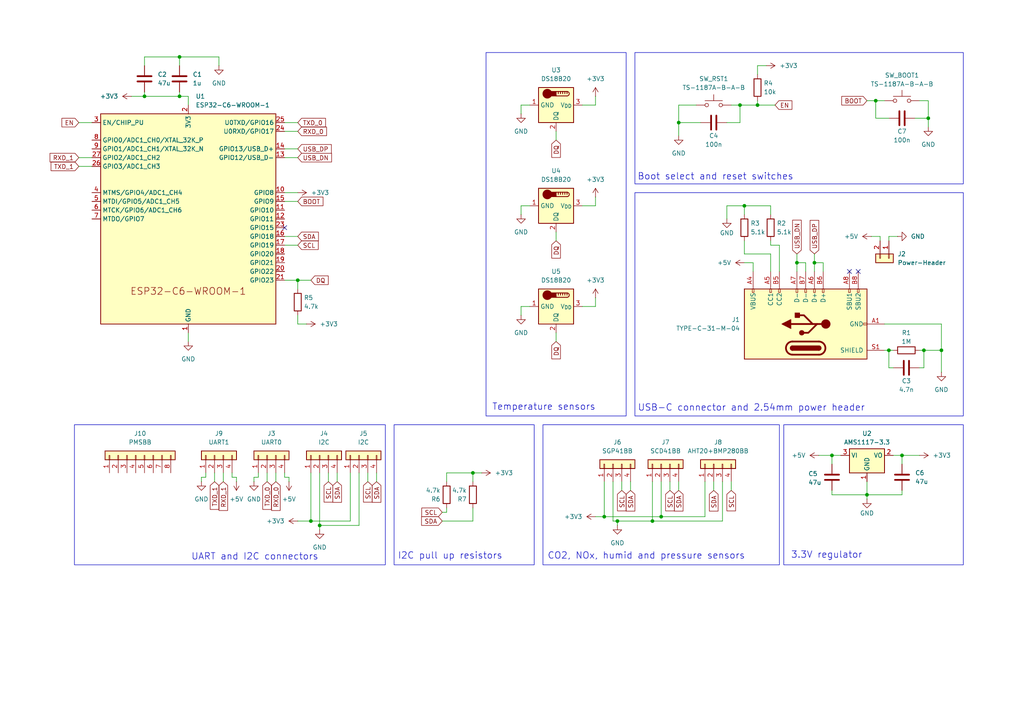
<source format=kicad_sch>
(kicad_sch (version 20250114) (generator "eeschema") (generator_version "9.0")
  (paper "A4")
  (lib_symbols
    (symbol "Connector:USB_C_Receptacle_USB2.0_16P" (pin_names (offset 1.016))
      (property "Reference" "J" (at 0 22.225 0))
      (property "Value" "USB_C_Receptacle_USB2.0_16P" (at 0 19.685 0))
      (symbol "USB_C_Receptacle_USB2.0_16P_0_0"
        (rectangle (start -0.254 -17.78) (end 0.254 -16.764))
        (rectangle (start 10.16 15.494) (end 9.144 14.986))
        (rectangle (start 10.16 10.414) (end 9.144 9.906))
        (rectangle (start 10.16 7.874) (end 9.144 7.366))
        (rectangle (start 10.16 2.794) (end 9.144 2.286))
        (rectangle (start 10.16 0.254) (end 9.144 -0.254))
        (rectangle (start 10.16 -2.286) (end 9.144 -2.794))
        (rectangle (start 10.16 -4.826) (end 9.144 -5.334))
        (rectangle (start 10.16 -12.446) (end 9.144 -12.954))
        (rectangle (start 10.16 -14.986) (end 9.144 -15.494))
      )
      (symbol "USB_C_Receptacle_USB2.0_16P_0_1"
        (rectangle (start -10.16 17.78) (end 10.16 -17.78) (stroke (width 0.254)) (fill (type background)))
        (polyline (pts (xy -8.89 -3.81) (xy -8.89 3.81)) (stroke (width 0.508)))
        (rectangle (start -7.62 -3.81) (end -6.35 3.81) (stroke (width 0.254)) (fill (type outline)))
        (arc (start -7.62 3.81) (mid -6.985 4.4423) (end -6.35 3.81) (stroke (width 0.254)))
        (arc (start -7.62 3.81) (mid -6.985 4.4423) (end -6.35 3.81) (stroke (width 0.254)) (fill (type outline)))
        (arc (start -8.89 3.81) (mid -6.985 5.7067) (end -5.08 3.81) (stroke (width 0.508)))
        (arc (start -5.08 -3.81) (mid -6.985 -5.7067) (end -8.89 -3.81) (stroke (width 0.508)))
        (arc (start -6.35 -3.81) (mid -6.985 -4.4423) (end -7.62 -3.81) (stroke (width 0.254)))
        (arc (start -6.35 -3.81) (mid -6.985 -4.4423) (end -7.62 -3.81) (stroke (width 0.254)) (fill (type outline)))
        (polyline (pts (xy -5.08 3.81) (xy -5.08 -3.81)) (stroke (width 0.508)))
        (circle (center -2.54 1.143) (radius 0.635) (stroke (width 0.254)) (fill (type outline)))
        (polyline (pts (xy -1.27 4.318) (xy 0 6.858) (xy 1.27 4.318) (xy -1.27 4.318)) (stroke (width 0.254)) (fill (type outline)))
        (polyline (pts (xy 0 -2.032) (xy 2.54 0.508) (xy 2.54 1.778)) (stroke (width 0.508)))
        (polyline (pts (xy 0 -3.302) (xy -2.54 -0.762) (xy -2.54 0.508)) (stroke (width 0.508)))
        (polyline (pts (xy 0 -5.842) (xy 0 4.318)) (stroke (width 0.508)))
        (circle (center 0 -5.842) (radius 1.27) (fill (type outline)))
        (rectangle (start 1.905 1.778) (end 3.175 3.048) (stroke (width 0.254)) (fill (type outline)))
      )
      (symbol "USB_C_Receptacle_USB2.0_16P_1_1"
        (pin passive line (at -7.62 -22.86 90) (length 5.08) (name "SHIELD") (number "S1"))
        (pin passive line (at 0 -22.86 90) (length 5.08) (name "GND") (number "A1"))
        (pin passive line (at 0 -22.86 90) (length 5.08) (hide yes) (name "GND") (number "A12"))
        (pin passive line (at 0 -22.86 90) (length 5.08) (hide yes) (name "GND") (number "B1"))
        (pin passive line (at 0 -22.86 90) (length 5.08) (hide yes) (name "GND") (number "B12"))
        (pin passive line (at 15.24 15.24 180) (length 5.08) (name "VBUS") (number "A4"))
        (pin passive line (at 15.24 15.24 180) (length 5.08) (hide yes) (name "VBUS") (number "A9"))
        (pin passive line (at 15.24 15.24 180) (length 5.08) (hide yes) (name "VBUS") (number "B4"))
        (pin passive line (at 15.24 15.24 180) (length 5.08) (hide yes) (name "VBUS") (number "B9"))
        (pin bidirectional line (at 15.24 10.16 180) (length 5.08) (name "CC1") (number "A5"))
        (pin bidirectional line (at 15.24 7.62 180) (length 5.08) (name "CC2") (number "B5"))
        (pin bidirectional line (at 15.24 2.54 180) (length 5.08) (name "D-") (number "A7"))
        (pin bidirectional line (at 15.24 0 180) (length 5.08) (name "D-") (number "B7"))
        (pin bidirectional line (at 15.24 -2.54 180) (length 5.08) (name "D+") (number "A6"))
        (pin bidirectional line (at 15.24 -5.08 180) (length 5.08) (name "D+") (number "B6"))
        (pin bidirectional line (at 15.24 -12.7 180) (length 5.08) (name "SBU1") (number "A8"))
        (pin bidirectional line (at 15.24 -15.24 180) (length 5.08) (name "SBU2") (number "B8"))
      )
    )
    (symbol "Connector_Generic:Conn_01x02" (pin_names (offset 1.016) (hide yes))
      (property "Reference" "J" (at 0 2.54 0))
      (property "Value" "Conn_01x02" (at 0 -5.08 0))
      (symbol "Conn_01x02_1_1"
        (rectangle (start -1.27 1.27) (end 1.27 -3.81) (stroke (width 0.254)) (fill (type background)))
        (rectangle (start -1.27 0.127) (end 0 -0.127) (stroke (width 0.1524)))
        (rectangle (start -1.27 -2.413) (end 0 -2.667) (stroke (width 0.1524)))
        (pin passive line (at -5.08 0 0) (length 3.81) (name "Pin_1") (number "1"))
        (pin passive line (at -5.08 -2.54 0) (length 3.81) (name "Pin_2") (number "2"))
      )
    )
    (symbol "Connector_Generic:Conn_01x04" (pin_names (offset 1.016) (hide yes))
      (property "Reference" "J" (at 0 5.08 0))
      (property "Value" "Conn_01x04" (at 0 -7.62 0))
      (symbol "Conn_01x04_1_1"
        (rectangle (start -1.27 3.81) (end 1.27 -6.35) (stroke (width 0.254)) (fill (type background)))
        (rectangle (start -1.27 2.667) (end 0 2.413) (stroke (width 0.1524)))
        (rectangle (start -1.27 0.127) (end 0 -0.127) (stroke (width 0.1524)))
        (rectangle (start -1.27 -2.413) (end 0 -2.667) (stroke (width 0.1524)))
        (rectangle (start -1.27 -4.953) (end 0 -5.207) (stroke (width 0.1524)))
        (pin passive line (at -5.08 2.54 0) (length 3.81) (name "Pin_1") (number "1"))
        (pin passive line (at -5.08 0 0) (length 3.81) (name "Pin_2") (number "2"))
        (pin passive line (at -5.08 -2.54 0) (length 3.81) (name "Pin_3") (number "3"))
        (pin passive line (at -5.08 -5.08 0) (length 3.81) (name "Pin_4") (number "4"))
      )
    )
    (symbol "Connector_Generic:Conn_01x08" (pin_names (offset 1.016) (hide yes))
      (property "Reference" "J" (at 0 10.16 0))
      (property "Value" "Conn_01x08" (at 0 -12.7 0))
      (symbol "Conn_01x08_1_1"
        (rectangle (start -1.27 8.89) (end 1.27 -11.43) (stroke (width 0.254)) (fill (type background)))
        (rectangle (start -1.27 7.747) (end 0 7.493) (stroke (width 0.1524)))
        (rectangle (start -1.27 5.207) (end 0 4.953) (stroke (width 0.1524)))
        (rectangle (start -1.27 2.667) (end 0 2.413) (stroke (width 0.1524)))
        (rectangle (start -1.27 0.127) (end 0 -0.127) (stroke (width 0.1524)))
        (rectangle (start -1.27 -2.413) (end 0 -2.667) (stroke (width 0.1524)))
        (rectangle (start -1.27 -4.953) (end 0 -5.207) (stroke (width 0.1524)))
        (rectangle (start -1.27 -7.493) (end 0 -7.747) (stroke (width 0.1524)))
        (rectangle (start -1.27 -10.033) (end 0 -10.287) (stroke (width 0.1524)))
        (pin passive line (at -5.08 7.62 0) (length 3.81) (name "Pin_1") (number "1"))
        (pin passive line (at -5.08 5.08 0) (length 3.81) (name "Pin_2") (number "2"))
        (pin passive line (at -5.08 2.54 0) (length 3.81) (name "Pin_3") (number "3"))
        (pin passive line (at -5.08 0 0) (length 3.81) (name "Pin_4") (number "4"))
        (pin passive line (at -5.08 -2.54 0) (length 3.81) (name "Pin_5") (number "5"))
        (pin passive line (at -5.08 -5.08 0) (length 3.81) (name "Pin_6") (number "6"))
        (pin passive line (at -5.08 -7.62 0) (length 3.81) (name "Pin_7") (number "7"))
        (pin passive line (at -5.08 -10.16 0) (length 3.81) (name "Pin_8") (number "8"))
      )
    )
    (symbol "Device:C" (pin_numbers (hide yes)) (pin_names (offset 0.254))
      (property "Reference" "C" (at 0.635 2.54 0))
      (property "Value" "C" (at 0.635 -2.54 0))
      (symbol "C_0_1"
        (polyline (pts (xy -2.032 0.762) (xy 2.032 0.762)) (stroke (width 0.508)))
        (polyline (pts (xy -2.032 -0.762) (xy 2.032 -0.762)) (stroke (width 0.508)))
      )
      (symbol "C_1_1"
        (pin passive line (at 0 3.81 270) (length 2.794) (name "~") (number "1"))
        (pin passive line (at 0 -3.81 90) (length 2.794) (name "~") (number "2"))
      )
    )
    (symbol "Device:R" (pin_numbers (hide yes)) (pin_names (offset 0))
      (property "Reference" "R" (at 2.032 0 90))
      (property "Value" "R" (at 0 0 90))
      (symbol "R_0_1"
        (rectangle (start -1.016 -2.54) (end 1.016 2.54) (stroke (width 0.254)))
      )
      (symbol "R_1_1"
        (pin passive line (at 0 3.81 270) (length 1.27) (name "~") (number "1"))
        (pin passive line (at 0 -3.81 90) (length 1.27) (name "~") (number "2"))
      )
    )
    (symbol "PCM_Espressif:ESP32-C6-WROOM-1"
      (property "Reference" "U" (at -25.4 35.56 0))
      (property "Value" "ESP32-C6-WROOM-1" (at -25.4 33.02 0))
      (symbol "ESP32-C6-WROOM-1_0_0"
        (text "ESP32-C6-WROOM-1" (at 0 -20.955 0) (effects (font (size 2 2))))
      )
      (symbol "ESP32-C6-WROOM-1_0_1"
        (rectangle (start -25.4 30.48) (end 25.4 -30.48) (stroke (width 0.254)) (fill (type background)))
      )
      (symbol "ESP32-C6-WROOM-1_1_1"
        (pin input line (at -27.94 27.94 0) (length 2.54) (name "EN/CHIP_PU") (number "3"))
        (pin bidirectional line (at -27.94 22.86 0) (length 2.54) (name "GPIO0/ADC1_CH0/XTAL_32K_P") (number "8"))
        (pin bidirectional line (at -27.94 20.32 0) (length 2.54) (name "GPIO1/ADC1_CH1/XTAL_32K_N") (number "9"))
        (pin bidirectional line (at -27.94 17.78 0) (length 2.54) (name "GPIO2/ADC1_CH2") (number "27"))
        (pin bidirectional line (at -27.94 15.24 0) (length 2.54) (name "GPIO3/ADC1_CH3") (number "26"))
        (pin bidirectional line (at -27.94 7.62 0) (length 2.54) (name "MTMS/GPIO4/ADC1_CH4") (number "4"))
        (pin bidirectional line (at -27.94 5.08 0) (length 2.54) (name "MTDI/GPIO5/ADC1_CH5") (number "5"))
        (pin bidirectional line (at -27.94 2.54 0) (length 2.54) (name "MTCK/GPIO6/ADC1_CH6") (number "6"))
        (pin bidirectional line (at -27.94 0 0) (length 2.54) (name "MTDO/GPIO7") (number "7"))
        (pin no_connect line (at -25.4 -12.7 0) (length 2.54) (hide yes) (name "NC") (number "22"))
        (pin power_in line (at 0 33.02 270) (length 2.54) (name "3V3") (number "2"))
        (pin power_in line (at 0 -33.02 90) (length 2.54) (name "GND") (number "1"))
        (pin passive line (at 0 -33.02 90) (length 2.54) (hide yes) (name "GND") (number "28"))
        (pin passive line (at 0 -33.02 90) (length 2.54) (hide yes) (name "GND") (number "29"))
        (pin bidirectional line (at 27.94 27.94 180) (length 2.54) (name "U0TXD/GPIO16") (number "25"))
        (pin bidirectional line (at 27.94 25.4 180) (length 2.54) (name "U0RXD/GPIO17") (number "24"))
        (pin bidirectional line (at 27.94 20.32 180) (length 2.54) (name "GPIO13/USB_D+") (number "14"))
        (pin bidirectional line (at 27.94 17.78 180) (length 2.54) (name "GPIO12/USB_D-") (number "13"))
        (pin bidirectional line (at 27.94 7.62 180) (length 2.54) (name "GPIO8") (number "10"))
        (pin bidirectional line (at 27.94 5.08 180) (length 2.54) (name "GPIO9") (number "15"))
        (pin bidirectional line (at 27.94 2.54 180) (length 2.54) (name "GPIO10") (number "11"))
        (pin bidirectional line (at 27.94 0 180) (length 2.54) (name "GPIO11") (number "12"))
        (pin bidirectional line (at 27.94 -2.54 180) (length 2.54) (name "GPIO15") (number "23"))
        (pin bidirectional line (at 27.94 -5.08 180) (length 2.54) (name "GPIO18") (number "16"))
        (pin bidirectional line (at 27.94 -7.62 180) (length 2.54) (name "GPIO19") (number "17"))
        (pin bidirectional line (at 27.94 -10.16 180) (length 2.54) (name "GPIO20") (number "18"))
        (pin bidirectional line (at 27.94 -12.7 180) (length 2.54) (name "GPIO21") (number "19"))
        (pin bidirectional line (at 27.94 -15.24 180) (length 2.54) (name "GPIO22") (number "20"))
        (pin bidirectional line (at 27.94 -17.78 180) (length 2.54) (name "GPIO23") (number "21"))
      )
    )
    (symbol "Regulator_Linear:AMS1117-3.3"
      (property "Reference" "U" (at -3.81 3.175 0))
      (property "Value" "AMS1117-3.3" (at 0 3.175 0))
      (symbol "AMS1117-3.3_0_1"
        (rectangle (start -5.08 -5.08) (end 5.08 1.905) (stroke (width 0.254)) (fill (type background)))
      )
      (symbol "AMS1117-3.3_1_1"
        (pin power_in line (at -7.62 0 0) (length 2.54) (name "VI") (number "3"))
        (pin power_in line (at 0 -7.62 90) (length 2.54) (name "GND") (number "1"))
        (pin power_out line (at 7.62 0 180) (length 2.54) (name "VO") (number "2"))
      )
    )
    (symbol "Sensor_Temperature:DS18B20"
      (property "Reference" "U" (at -3.81 6.35 0))
      (property "Value" "DS18B20" (at 6.35 6.35 0))
      (symbol "DS18B20_0_1"
        (rectangle (start -5.08 5.08) (end 5.08 -5.08) (stroke (width 0.254)) (fill (type background)))
        (polyline (pts (xy -3.937 3.175) (xy -3.937 0)) (stroke (width 0.254)))
        (polyline (pts (xy -3.937 3.175) (xy -3.302 3.175)) (stroke (width 0.254)))
        (polyline (pts (xy -3.937 2.54) (xy -3.302 2.54)) (stroke (width 0.254)))
        (polyline (pts (xy -3.937 1.905) (xy -3.302 1.905)) (stroke (width 0.254)))
        (polyline (pts (xy -3.937 1.27) (xy -3.302 1.27)) (stroke (width 0.254)))
        (polyline (pts (xy -3.937 0.635) (xy -3.302 0.635)) (stroke (width 0.254)))
        (arc (start -3.937 3.175) (mid -3.302 3.8073) (end -2.667 3.175) (stroke (width 0.254)))
        (circle (center -3.302 -2.54) (radius 1.27) (stroke (width 0.254)) (fill (type outline)))
        (polyline (pts (xy -2.667 3.175) (xy -2.667 0)) (stroke (width 0.254)))
        (rectangle (start -2.667 -1.905) (end -3.937 0) (stroke (width 0.254)) (fill (type outline)))
      )
      (symbol "DS18B20_1_1"
        (pin power_in line (at 0 7.62 270) (length 2.54) (name "V_{DD}") (number "3"))
        (pin power_in line (at 0 -7.62 90) (length 2.54) (name "GND") (number "1"))
        (pin bidirectional line (at 7.62 0 180) (length 2.54) (name "DQ") (number "2"))
      )
    )
    (symbol "Switch:SW_Push" (pin_numbers (hide yes)) (pin_names (offset 1.016) (hide yes))
      (property "Reference" "SW" (at 1.27 2.54 0))
      (property "Value" "SW_Push" (at 0 -1.524 0))
      (symbol "SW_Push_0_1"
        (circle (center -2.032 0) (radius 0.508))
        (polyline (pts (xy 0 1.27) (xy 0 3.048)))
        (circle (center 2.032 0) (radius 0.508))
        (polyline (pts (xy 2.54 1.27) (xy -2.54 1.27)))
        (pin passive line (at -5.08 0 0) (length 2.54) (name "1") (number "1"))
        (pin passive line (at 5.08 0 180) (length 2.54) (name "2") (number "2"))
      )
    )
    (symbol "power:+3V3" (power) (pin_numbers (hide yes)) (pin_names (offset 0) (hide yes))
      (property "Value" "+3V3" (at 0 3.556 0))
      (symbol "+3V3_0_1"
        (polyline (pts (xy -0.762 1.27) (xy 0 2.54)))
        (polyline (pts (xy 0 2.54) (xy 0.762 1.27)))
        (polyline (pts (xy 0 0) (xy 0 2.54)))
      )
      (symbol "+3V3_1_1"
        (pin power_in line (at 0 0 90) (length 0) (name "~") (number "1"))
      )
    )
    (symbol "power:+5V" (power) (pin_numbers (hide yes)) (pin_names (offset 0) (hide yes))
      (property "Value" "+5V" (at 0 3.556 0))
      (symbol "+5V_0_1"
        (polyline (pts (xy -0.762 1.27) (xy 0 2.54)))
        (polyline (pts (xy 0 2.54) (xy 0.762 1.27)))
        (polyline (pts (xy 0 0) (xy 0 2.54)))
      )
      (symbol "+5V_1_1"
        (pin power_in line (at 0 0 90) (length 0) (name "~") (number "1"))
      )
    )
    (symbol "power:GND" (power) (pin_numbers (hide yes)) (pin_names (offset 0) (hide yes))
      (property "Value" "GND" (at 0 -3.81 0))
      (symbol "GND_0_1"
        (polyline (pts (xy 0 0) (xy 0 -1.27) (xy 1.27 -1.27) (xy 0 -2.54) (xy -1.27 -1.27) (xy 0 -1.27)))
      )
      (symbol "GND_1_1"
        (pin power_in line (at 0 0 270) (length 0) (name "~") (number "1"))
      )
    )
  )
  (rectangle (start 140.97 15.24) (end 181.61 120.65))
  (rectangle (start 114.3 123.19) (end 154.94 163.83))
  (rectangle (start 184.15 55.88) (end 279.4 120.65))
  (rectangle (start 21.59 123.19) (end 111.76 163.83))
  (rectangle (start 227.33 123.19) (end 279.4 163.83))
  (rectangle (start 157.48 123.19) (end 226.06 163.83))
  (rectangle (start 184.15 15.24) (end 279.4 53.34))
  (text "USB-C connector and 2.54mm power header" (at 217.932 118.364 0) (effects (font (size 1.905 1.905))))
  (text "I2C pull up resistors\n" (at 130.556 161.29 0) (effects (font (size 1.905 1.905))))
  (text "3.3V regulator" (at 239.776 161.036 0) (effects (font (size 1.905 1.905))))
  (text "CO2, NOx, humid and pressure sensors" (at 187.452 161.29 0) (effects (font (size 1.905 1.905))))
  (text "UART and I2C connectors\n" (at 73.914 161.544 0) (effects (font (size 1.905 1.905))))
  (text "Boot select and reset switches" (at 207.518 51.308 0) (effects (font (size 1.905 1.905))))
  (text "Temperature sensors\n" (at 157.734 118.11 0) (effects (font (size 1.905 1.905))))
  (junction (at 261.62 132.08))
  (junction (at 86.36 81.28))
  (junction (at 90.17 151.13))
  (junction (at 41.91 27.94))
  (junction (at 137.16 137.16))
  (junction (at 214.63 30.48))
  (junction (at 191.77 149.86))
  (junction (at 215.9 59.69))
  (junction (at 52.07 16.51))
  (junction (at 273.05 101.6))
  (junction (at 196.85 35.56))
  (junction (at 175.26 149.86))
  (junction (at 269.24 34.29))
  (junction (at 219.71 30.48))
  (junction (at 52.07 27.94))
  (junction (at 179.07 151.13))
  (junction (at 231.14 76.2))
  (junction (at 92.71 152.4))
  (junction (at 254 29.21))
  (junction (at 267.97 101.6))
  (junction (at 189.23 151.13))
  (junction (at 257.81 101.6))
  (junction (at 241.3 132.08))
  (junction (at 251.46 143.51))
  (junction (at 236.22 76.2))
  (no_connect (at 248.92 78.74))
  (no_connect (at 82.55 66.04))
  (no_connect (at 246.38 78.74))
  (wire (pts (xy 223.52 78.74) (xy 223.52 73.66)))
  (wire (pts (xy 233.68 78.74) (xy 233.68 76.2)))
  (wire (pts (xy 82.55 81.28) (xy 86.36 81.28)))
  (wire (pts (xy 175.26 149.86) (xy 175.26 139.7)))
  (wire (pts (xy 254 29.21) (xy 254 34.29)))
  (wire (pts (xy 238.76 78.74) (xy 238.76 76.2)))
  (wire (pts (xy 251.46 143.51) (xy 251.46 144.78)))
  (wire (pts (xy 273.05 93.98) (xy 273.05 101.6)))
  (wire (pts (xy 38.1 27.94) (xy 41.91 27.94)))
  (wire (pts (xy 177.8 151.13) (xy 177.8 139.7)))
  (wire (pts (xy 257.81 101.6) (xy 257.81 106.68)))
  (wire (pts (xy 168.91 30.48) (xy 172.72 30.48)))
  (wire (pts (xy 106.68 137.16) (xy 106.68 139.7)))
  (wire (pts (xy 82.55 38.1) (xy 86.36 38.1)))
  (wire (pts (xy 255.27 69.85) (xy 255.27 68.58)))
  (wire (pts (xy 97.79 137.16) (xy 97.79 139.7)))
  (wire (pts (xy 92.71 137.16) (xy 92.71 152.4)))
  (wire (pts (xy 82.55 71.12) (xy 86.36 71.12)))
  (wire (pts (xy 77.47 137.16) (xy 77.47 139.7)))
  (wire (pts (xy 251.46 29.21) (xy 254 29.21)))
  (wire (pts (xy 52.07 26.67) (xy 52.07 27.94)))
  (wire (pts (xy 179.07 151.13) (xy 189.23 151.13)))
  (wire (pts (xy 82.55 58.42) (xy 86.36 58.42)))
  (wire (pts (xy 92.71 152.4) (xy 92.71 153.67)))
  (wire (pts (xy 261.62 132.08) (xy 266.7 132.08)))
  (wire (pts (xy 241.3 132.08) (xy 243.84 132.08)))
  (wire (pts (xy 214.63 30.48) (xy 219.71 30.48)))
  (wire (pts (xy 204.47 139.7) (xy 204.47 149.86)))
  (wire (pts (xy 22.86 48.26) (xy 26.67 48.26)))
  (wire (pts (xy 68.58 138.43) (xy 68.58 139.7)))
  (wire (pts (xy 215.9 73.66) (xy 215.9 69.85)))
  (wire (pts (xy 101.6 137.16) (xy 101.6 151.13)))
  (wire (pts (xy 63.5 16.51) (xy 63.5 19.05)))
  (wire (pts (xy 41.91 27.94) (xy 52.07 27.94)))
  (wire (pts (xy 151.13 33.02) (xy 151.13 30.48)))
  (wire (pts (xy 236.22 76.2) (xy 238.76 76.2)))
  (wire (pts (xy 137.16 137.16) (xy 137.16 139.7)))
  (wire (pts (xy 251.46 143.51) (xy 261.62 143.51)))
  (wire (pts (xy 62.23 137.16) (xy 62.23 139.7)))
  (wire (pts (xy 196.85 139.7) (xy 196.85 142.24)))
  (wire (pts (xy 266.7 106.68) (xy 267.97 106.68)))
  (wire (pts (xy 223.52 59.69) (xy 223.52 62.23)))
  (wire (pts (xy 256.54 93.98) (xy 273.05 93.98)))
  (wire (pts (xy 161.29 96.52) (xy 161.29 99.06)))
  (wire (pts (xy 86.36 151.13) (xy 90.17 151.13)))
  (wire (pts (xy 266.7 101.6) (xy 267.97 101.6)))
  (wire (pts (xy 64.77 137.16) (xy 64.77 139.7)))
  (wire (pts (xy 252.73 68.58) (xy 255.27 68.58)))
  (wire (pts (xy 104.14 152.4) (xy 92.71 152.4)))
  (wire (pts (xy 128.27 151.13) (xy 137.16 151.13)))
  (wire (pts (xy 223.52 73.66) (xy 215.9 73.66)))
  (wire (pts (xy 139.7 137.16) (xy 137.16 137.16)))
  (wire (pts (xy 241.3 143.51) (xy 251.46 143.51)))
  (wire (pts (xy 231.14 76.2) (xy 231.14 78.74)))
  (wire (pts (xy 172.72 59.69) (xy 172.72 57.15)))
  (wire (pts (xy 161.29 38.1) (xy 161.29 40.64)))
  (wire (pts (xy 86.36 93.98) (xy 86.36 91.44)))
  (wire (pts (xy 86.36 81.28) (xy 86.36 83.82)))
  (wire (pts (xy 219.71 29.21) (xy 219.71 30.48)))
  (wire (pts (xy 67.31 138.43) (xy 67.31 137.16)))
  (wire (pts (xy 182.88 139.7) (xy 182.88 142.24)))
  (wire (pts (xy 261.62 134.62) (xy 261.62 132.08)))
  (wire (pts (xy 109.22 137.16) (xy 109.22 139.7)))
  (wire (pts (xy 161.29 67.31) (xy 161.29 69.85)))
  (wire (pts (xy 269.24 34.29) (xy 269.24 29.21)))
  (wire (pts (xy 82.55 35.56) (xy 86.36 35.56)))
  (wire (pts (xy 172.72 30.48) (xy 172.72 27.94)))
  (wire (pts (xy 231.14 73.66) (xy 231.14 76.2)))
  (wire (pts (xy 22.86 35.56) (xy 26.67 35.56)))
  (wire (pts (xy 52.07 27.94) (xy 54.61 27.94)))
  (wire (pts (xy 251.46 139.7) (xy 251.46 143.51)))
  (wire (pts (xy 83.82 138.43) (xy 82.55 138.43)))
  (wire (pts (xy 128.27 148.59) (xy 129.54 148.59)))
  (wire (pts (xy 265.43 34.29) (xy 269.24 34.29)))
  (wire (pts (xy 273.05 101.6) (xy 273.05 107.95)))
  (wire (pts (xy 210.82 63.5) (xy 210.82 59.69)))
  (wire (pts (xy 223.52 71.12) (xy 226.06 71.12)))
  (wire (pts (xy 172.72 149.86) (xy 175.26 149.86)))
  (wire (pts (xy 59.69 138.43) (xy 59.69 137.16)))
  (wire (pts (xy 58.42 138.43) (xy 58.42 139.7)))
  (wire (pts (xy 267.97 106.68) (xy 267.97 101.6)))
  (wire (pts (xy 237.49 132.08) (xy 241.3 132.08)))
  (wire (pts (xy 269.24 34.29) (xy 269.24 36.83)))
  (wire (pts (xy 218.44 78.74) (xy 218.44 76.2)))
  (wire (pts (xy 219.71 19.05) (xy 222.25 19.05)))
  (wire (pts (xy 82.55 138.43) (xy 82.55 137.16)))
  (wire (pts (xy 58.42 138.43) (xy 59.69 138.43)))
  (wire (pts (xy 223.52 69.85) (xy 223.52 71.12)))
  (wire (pts (xy 82.55 68.58) (xy 86.36 68.58)))
  (wire (pts (xy 129.54 139.7) (xy 129.54 137.16)))
  (wire (pts (xy 82.55 55.88) (xy 86.36 55.88)))
  (wire (pts (xy 129.54 148.59) (xy 129.54 147.32)))
  (wire (pts (xy 82.55 43.18) (xy 86.36 43.18)))
  (wire (pts (xy 226.06 71.12) (xy 226.06 78.74)))
  (wire (pts (xy 261.62 142.24) (xy 261.62 143.51)))
  (wire (pts (xy 88.9 93.98) (xy 86.36 93.98)))
  (wire (pts (xy 41.91 19.05) (xy 41.91 16.51)))
  (wire (pts (xy 257.81 101.6) (xy 259.08 101.6)))
  (wire (pts (xy 196.85 30.48) (xy 196.85 35.56)))
  (wire (pts (xy 168.91 59.69) (xy 172.72 59.69)))
  (wire (pts (xy 209.55 151.13) (xy 189.23 151.13)))
  (wire (pts (xy 194.31 139.7) (xy 194.31 142.24)))
  (wire (pts (xy 73.66 138.43) (xy 74.93 138.43)))
  (wire (pts (xy 215.9 59.69) (xy 215.9 62.23)))
  (wire (pts (xy 73.66 138.43) (xy 73.66 139.7)))
  (wire (pts (xy 257.81 69.85) (xy 257.81 68.58)))
  (wire (pts (xy 137.16 151.13) (xy 137.16 147.32)))
  (wire (pts (xy 219.71 21.59) (xy 219.71 19.05)))
  (wire (pts (xy 54.61 30.48) (xy 54.61 27.94)))
  (wire (pts (xy 52.07 16.51) (xy 52.07 19.05)))
  (wire (pts (xy 151.13 59.69) (xy 153.67 59.69)))
  (wire (pts (xy 129.54 137.16) (xy 137.16 137.16)))
  (wire (pts (xy 201.93 30.48) (xy 196.85 30.48)))
  (wire (pts (xy 82.55 45.72) (xy 86.36 45.72)))
  (wire (pts (xy 257.81 106.68) (xy 259.08 106.68)))
  (wire (pts (xy 41.91 16.51) (xy 52.07 16.51)))
  (wire (pts (xy 104.14 137.16) (xy 104.14 152.4)))
  (wire (pts (xy 54.61 96.52) (xy 54.61 99.06)))
  (wire (pts (xy 214.63 35.56) (xy 214.63 30.48)))
  (wire (pts (xy 80.01 137.16) (xy 80.01 139.7)))
  (wire (pts (xy 210.82 59.69) (xy 215.9 59.69)))
  (wire (pts (xy 95.25 137.16) (xy 95.25 139.7)))
  (wire (pts (xy 212.09 30.48) (xy 214.63 30.48)))
  (wire (pts (xy 267.97 101.6) (xy 273.05 101.6)))
  (wire (pts (xy 215.9 59.69) (xy 223.52 59.69)))
  (wire (pts (xy 236.22 73.66) (xy 236.22 76.2)))
  (wire (pts (xy 90.17 151.13) (xy 90.17 137.16)))
  (wire (pts (xy 189.23 139.7) (xy 189.23 151.13)))
  (wire (pts (xy 22.86 45.72) (xy 26.67 45.72)))
  (wire (pts (xy 236.22 76.2) (xy 236.22 78.74)))
  (wire (pts (xy 241.3 134.62) (xy 241.3 132.08)))
  (wire (pts (xy 168.91 88.9) (xy 172.72 88.9)))
  (wire (pts (xy 196.85 35.56) (xy 196.85 39.37)))
  (wire (pts (xy 207.01 139.7) (xy 207.01 142.24)))
  (wire (pts (xy 83.82 138.43) (xy 83.82 139.7)))
  (wire (pts (xy 210.82 35.56) (xy 214.63 35.56)))
  (wire (pts (xy 86.36 81.28) (xy 90.17 81.28)))
  (wire (pts (xy 261.62 132.08) (xy 259.08 132.08)))
  (wire (pts (xy 175.26 149.86) (xy 191.77 149.86)))
  (wire (pts (xy 209.55 139.7) (xy 209.55 151.13)))
  (wire (pts (xy 266.7 29.21) (xy 269.24 29.21)))
  (wire (pts (xy 254 29.21) (xy 256.54 29.21)))
  (wire (pts (xy 203.2 35.56) (xy 196.85 35.56)))
  (wire (pts (xy 52.07 16.51) (xy 63.5 16.51)))
  (wire (pts (xy 191.77 149.86) (xy 204.47 149.86)))
  (wire (pts (xy 257.81 68.58) (xy 260.35 68.58)))
  (wire (pts (xy 212.09 139.7) (xy 212.09 142.24)))
  (wire (pts (xy 41.91 27.94) (xy 41.91 26.67)))
  (wire (pts (xy 179.07 151.13) (xy 177.8 151.13)))
  (wire (pts (xy 191.77 149.86) (xy 191.77 139.7)))
  (wire (pts (xy 151.13 62.23) (xy 151.13 59.69)))
  (wire (pts (xy 218.44 76.2) (xy 215.9 76.2)))
  (wire (pts (xy 179.07 151.13) (xy 179.07 152.4)))
  (wire (pts (xy 219.71 30.48) (xy 224.79 30.48)))
  (wire (pts (xy 231.14 76.2) (xy 233.68 76.2)))
  (wire (pts (xy 68.58 138.43) (xy 67.31 138.43)))
  (wire (pts (xy 101.6 151.13) (xy 90.17 151.13)))
  (wire (pts (xy 151.13 88.9) (xy 153.67 88.9)))
  (wire (pts (xy 180.34 139.7) (xy 180.34 142.24)))
  (wire (pts (xy 257.81 34.29) (xy 254 34.29)))
  (wire (pts (xy 151.13 30.48) (xy 153.67 30.48)))
  (wire (pts (xy 256.54 101.6) (xy 257.81 101.6)))
  (wire (pts (xy 241.3 142.24) (xy 241.3 143.51)))
  (wire (pts (xy 151.13 91.44) (xy 151.13 88.9)))
  (wire (pts (xy 172.72 88.9) (xy 172.72 86.36)))
  (wire (pts (xy 74.93 138.43) (xy 74.93 137.16)))
  (global_label "SCL" (shape input) (at 180.34 142.24 270) (property "Intersheetrefs" "${INTERSHEET_REFS}" (effects (hide yes))))
  (global_label "RXD_1" (shape input) (at 64.77 139.7 270) (property "Intersheetrefs" "${INTERSHEET_REFS}" (effects (hide yes))))
  (global_label "DQ" (shape input) (at 90.17 81.28 0) (property "Intersheetrefs" "${INTERSHEET_REFS}" (effects (hide yes))))
  (global_label "TXD_0" (shape input) (at 86.36 35.56 0) (property "Intersheetrefs" "${INTERSHEET_REFS}" (effects (hide yes))))
  (global_label "DQ" (shape input) (at 161.29 99.06 270) (property "Intersheetrefs" "${INTERSHEET_REFS}" (effects (hide yes))))
  (global_label "SDA" (shape input) (at 182.88 142.24 270) (property "Intersheetrefs" "${INTERSHEET_REFS}" (effects (hide yes))))
  (global_label "USB_DN" (shape input) (at 231.14 73.66 90) (property "Intersheetrefs" "${INTERSHEET_REFS}" (effects (hide yes))))
  (global_label "RXD_1" (shape input) (at 22.86 45.72 180) (property "Intersheetrefs" "${INTERSHEET_REFS}" (effects (hide yes))))
  (global_label "SDA" (shape input) (at 109.22 139.7 270) (property "Intersheetrefs" "${INTERSHEET_REFS}" (effects (hide yes))))
  (global_label "RXD_0" (shape input) (at 80.01 139.7 270) (property "Intersheetrefs" "${INTERSHEET_REFS}" (effects (hide yes))))
  (global_label "RXD_0" (shape input) (at 86.36 38.1 0) (property "Intersheetrefs" "${INTERSHEET_REFS}" (effects (hide yes))))
  (global_label "SDA" (shape input) (at 128.27 151.13 180) (property "Intersheetrefs" "${INTERSHEET_REFS}" (effects (hide yes))))
  (global_label "USB_DP" (shape input) (at 236.22 73.66 90) (property "Intersheetrefs" "${INTERSHEET_REFS}" (effects (hide yes))))
  (global_label "BOOT" (shape input) (at 86.36 58.42 0) (property "Intersheetrefs" "${INTERSHEET_REFS}" (effects (hide yes))))
  (global_label "SCL" (shape input) (at 95.25 139.7 270) (property "Intersheetrefs" "${INTERSHEET_REFS}" (effects (hide yes))))
  (global_label "TXD_0" (shape input) (at 77.47 139.7 270) (property "Intersheetrefs" "${INTERSHEET_REFS}" (effects (hide yes))))
  (global_label "SCL" (shape input) (at 106.68 139.7 270) (property "Intersheetrefs" "${INTERSHEET_REFS}" (effects (hide yes))))
  (global_label "SCL" (shape input) (at 128.27 148.59 180) (property "Intersheetrefs" "${INTERSHEET_REFS}" (effects (hide yes))))
  (global_label "BOOT" (shape input) (at 251.46 29.21 180) (property "Intersheetrefs" "${INTERSHEET_REFS}" (effects (hide yes))))
  (global_label "SCL" (shape input) (at 194.31 142.24 270) (property "Intersheetrefs" "${INTERSHEET_REFS}" (effects (hide yes))))
  (global_label "SDA" (shape input) (at 86.36 68.58 0) (property "Intersheetrefs" "${INTERSHEET_REFS}" (effects (hide yes))))
  (global_label "USB_DN" (shape input) (at 86.36 45.72 0) (property "Intersheetrefs" "${INTERSHEET_REFS}" (effects (hide yes))))
  (global_label "USB_DP" (shape input) (at 86.36 43.18 0) (property "Intersheetrefs" "${INTERSHEET_REFS}" (effects (hide yes))))
  (global_label "TXD_1" (shape input) (at 62.23 139.7 270) (property "Intersheetrefs" "${INTERSHEET_REFS}" (effects (hide yes))))
  (global_label "SDA" (shape input) (at 207.01 142.24 270) (property "Intersheetrefs" "${INTERSHEET_REFS}" (effects (hide yes))))
  (global_label "EN" (shape input) (at 22.86 35.56 180) (property "Intersheetrefs" "${INTERSHEET_REFS}" (effects (hide yes))))
  (global_label "SCL" (shape input) (at 212.09 142.24 270) (property "Intersheetrefs" "${INTERSHEET_REFS}" (effects (hide yes))))
  (global_label "SDA" (shape input) (at 97.79 139.7 270) (property "Intersheetrefs" "${INTERSHEET_REFS}" (effects (hide yes))))
  (global_label "TXD_1" (shape input) (at 22.86 48.26 180) (property "Intersheetrefs" "${INTERSHEET_REFS}" (effects (hide yes))))
  (global_label "SDA" (shape input) (at 196.85 142.24 270) (property "Intersheetrefs" "${INTERSHEET_REFS}" (effects (hide yes))))
  (global_label "DQ" (shape input) (at 161.29 40.64 270) (property "Intersheetrefs" "${INTERSHEET_REFS}" (effects (hide yes))))
  (global_label "DQ" (shape input) (at 161.29 69.85 270) (property "Intersheetrefs" "${INTERSHEET_REFS}" (effects (hide yes))))
  (global_label "EN" (shape input) (at 224.79 30.48 0) (property "Intersheetrefs" "${INTERSHEET_REFS}" (effects (hide yes))))
  (global_label "SCL" (shape input) (at 86.36 71.12 0) (property "Intersheetrefs" "${INTERSHEET_REFS}" (effects (hide yes))))
  (symbol (lib_id "power:GND") (at 210.82 63.5 0) (unit 1)
    (property "Reference" "#PWR04" (effects (hide yes)))
    (property "Value" "GND" (at 210.82 67.564 0))
    (property "Description" "Power symbol creates a global label with name \"GND\" , ground" (effects (hide yes)))
  )
  (symbol (lib_id "power:+5V") (at 83.82 139.7 180) (unit 1)
    (property "Reference" "#PWR026" (effects (hide yes)))
    (property "Value" "+5V" (at 83.82 144.78 0))
    (property "Description" "Power symbol creates a global label with name \"+5V\"" (effects (hide yes)))
  )
  (symbol (lib_id "Device:C") (at 41.91 22.86 0) (unit 1)
    (property "Reference" "C2" (at 45.72 21.5899 0) (effects (justify left)))
    (property "Value" "47u" (at 45.72 24.1299 0) (effects (justify left)))
    (property "Footprint" "Capacitor_SMD:C_0805_2012Metric" (effects (hide yes)))
    (property "Description" "Unpolarized capacitor" (effects (hide yes)))
    (property "MFR" "CL21A476MQYNNNE" (effects (hide yes)))
  )
  (symbol (lib_id "power:+3V3") (at 172.72 57.15 0) (unit 1)
    (property "Reference" "#PWR019" (effects (hide yes)))
    (property "Value" "+3V3" (at 172.72 52.07 0))
    (property "Description" "Power symbol creates a global label with name \"+3V3\"" (effects (hide yes)))
  )
  (symbol (lib_id "power:+3V3") (at 88.9 93.98 270) (unit 1)
    (property "Reference" "#PWR024" (effects (hide yes)))
    (property "Value" "+3V3" (at 92.71 93.9799 90) (effects (justify left)))
    (property "Description" "Power symbol creates a global label with name \"+3V3\"" (effects (hide yes)))
  )
  (symbol (lib_id "power:GND") (at 63.5 19.05 0) (unit 1)
    (property "Reference" "#PWR06" (effects (hide yes)))
    (property "Value" "GND" (at 63.5 24.13 0))
    (property "Description" "Power symbol creates a global label with name \"GND\" , ground" (effects (hide yes)))
  )
  (symbol (lib_id "power:+3V3") (at 266.7 132.08 270) (unit 1)
    (property "Reference" "#PWR010" (effects (hide yes)))
    (property "Value" "+3V3" (at 270.51 132.0799 90) (effects (justify left)))
    (property "Description" "Power symbol creates a global label with name \"+3V3\"" (effects (hide yes)))
  )
  (symbol (lib_id "power:GND") (at 151.13 62.23 0) (unit 1)
    (property "Reference" "#PWR018" (effects (hide yes)))
    (property "Value" "GND" (at 151.13 67.31 0))
    (property "Description" "Power symbol creates a global label with name \"GND\" , ground" (effects (hide yes)))
  )
  (symbol (lib_id "power:GND") (at 273.05 107.95 0) (unit 1)
    (property "Reference" "#PWR05" (effects (hide yes)))
    (property "Value" "GND" (at 273.05 113.03 0))
    (property "Description" "Power symbol creates a global label with name \"GND\" , ground" (effects (hide yes)))
  )
  (symbol (lib_id "power:GND") (at 196.85 39.37 0) (unit 1)
    (property "Reference" "#PWR07" (effects (hide yes)))
    (property "Value" "GND" (at 196.85 44.45 0))
    (property "Description" "Power symbol creates a global label with name \"GND\" , ground" (effects (hide yes)))
  )
  (symbol (lib_id "Switch:SW_Push") (at 261.62 29.21 0) (unit 1)
    (property "Reference" "SW_BOOT1" (at 261.62 21.844 0))
    (property "Value" "TS-1187A-B-A-B" (at 261.62 24.384 0))
    (property "Footprint" "Button_Switch_SMD:SW_Push_1P1T_XKB_TS-1187A" (effects (hide yes)))
    (property "Description" "Push button switch, generic, two pins" (effects (hide yes)))
    (property "MFR" "TS-1187A-B-A-B" (effects (hide yes)))
  )
  (symbol (lib_id "Device:R") (at 129.54 143.51 0) (unit 1)
    (property "Reference" "R6" (at 127.762 144.78 0) (effects (justify right)))
    (property "Value" "4.7k" (at 127.762 142.24 0) (effects (justify right)))
    (property "Footprint" "Resistor_SMD:R_0402_1005Metric" (effects (hide yes)))
    (property "Description" "Resistor" (effects (hide yes)))
    (property "MFR" "0402WGF4701TCE" (effects (hide yes)))
  )
  (symbol (lib_id "Device:R") (at 215.9 66.04 180) (unit 1)
    (property "Reference" "R3" (at 217.678 64.77 0) (effects (justify right)))
    (property "Value" "5.1k" (at 217.678 67.31 0) (effects (justify right)))
    (property "Footprint" "Resistor_SMD:R_0402_1005Metric" (effects (hide yes)))
    (property "Description" "Resistor" (effects (hide yes)))
    (property "MFR" "0402WGF5101TCE" (effects (hide yes)))
  )
  (symbol (lib_id "Connector_Generic:Conn_01x04") (at 62.23 132.08 90) (unit 1)
    (property "Reference" "J9" (at 63.5 125.73 90))
    (property "Value" "UART1" (at 63.5 128.27 90))
    (property "Footprint" "Connector_PinHeader_2.54mm:PinHeader_1x04_P2.54mm_Vertical" (effects (hide yes)))
    (property "Description" "Generic connector, single row, 01x04, script generated (kicad-library-utils/schlib/autogen/connector/)" (effects (hide yes)))
  )
  (symbol (lib_id "Sensor_Temperature:DS18B20") (at 161.29 30.48 270) (unit 1)
    (property "Reference" "U3" (at 161.29 20.32 90))
    (property "Value" "DS18B20" (at 161.29 22.86 90))
    (property "Footprint" "Package_TO_SOT_THT:TO-92_Inline" (effects (hide yes)))
    (property "Datasheet" "http://datasheets.maximintegrated.com/en/ds/DS18B20.pdf" (effects (hide yes)))
    (property "Description" "Programmable Resolution 1-Wire Digital Thermometer TO-92" (effects (hide yes)))
  )
  (symbol (lib_id "Device:R") (at 86.36 87.63 180) (unit 1)
    (property "Reference" "R5" (at 88.138 86.36 0) (effects (justify right)))
    (property "Value" "4.7k" (at 88.138 88.9 0) (effects (justify right)))
    (property "Footprint" "Resistor_SMD:R_0402_1005Metric" (effects (hide yes)))
    (property "Description" "Resistor" (effects (hide yes)))
    (property "MFR" "0402WGF4701TCE" (effects (hide yes)))
  )
  (symbol (lib_id "power:+5V") (at 68.58 139.7 180) (unit 1)
    (property "Reference" "#PWR033" (effects (hide yes)))
    (property "Value" "+5V" (at 68.58 144.78 0))
    (property "Description" "Power symbol creates a global label with name \"+5V\"" (effects (hide yes)))
  )
  (symbol (lib_id "PCM_Espressif:ESP32-C6-WROOM-1") (at 54.61 63.5 0) (unit 1)
    (property "Reference" "U1" (at 56.7533 27.94 0) (effects (justify left)))
    (property "Value" "ESP32-C6-WROOM-1" (at 56.7533 30.48 0) (effects (justify left)))
    (property "Footprint" "PCM_Espressif:ESP32-C6-WROOM-1" (effects (hide yes)))
    (property "Datasheet" "https://www.espressif.com/sites/default/files/documentation/esp32-c6-wroom-1_wroom-1u_datasheet_en.pdf" (effects (hide yes)))
    (property "Description" "ESP32-C6-WROOM-1/U is a module that supports 2.4 GHz Wi-Fi 6 (802.11 ax), Bluetooth® 5 (LE), Zigbee and Thread (802.15.4)" (effects (hide yes)))
  )
  (symbol (lib_id "Connector_Generic:Conn_01x04") (at 207.01 134.62 90) (unit 1)
    (property "Reference" "J8" (at 208.28 128.27 90))
    (property "Value" "AHT20+BMP280BB" (at 208.28 130.81 90))
    (property "Footprint" "Connector_PinHeader_2.54mm:PinHeader_1x04_P2.54mm_Vertical" (effects (hide yes)))
    (property "Description" "Generic connector, single row, 01x04, script generated (kicad-library-utils/schlib/autogen/connector/)" (effects (hide yes)))
  )
  (symbol (lib_id "Connector_Generic:Conn_01x08") (at 39.37 132.08 90) (unit 1)
    (property "Reference" "J10" (at 40.64 125.73 90))
    (property "Value" "PMSBB" (at 40.64 128.27 90))
    (property "Footprint" "Connector_JST:JST_GH_BM08B-GHS-TBT_1x08-1MP_P1.25mm_Vertical" (effects (hide yes)))
    (property "Description" "Generic connector, single row, 01x08, script generated (kicad-library-utils/schlib/autogen/connector/)" (effects (hide yes)))
  )
  (symbol (lib_id "Connector_Generic:Conn_01x04") (at 191.77 134.62 90) (unit 1)
    (property "Reference" "J7" (at 193.04 128.27 90))
    (property "Value" "SCD41BB" (at 193.04 130.81 90))
    (property "Footprint" "Connector_PinHeader_2.54mm:PinHeader_1x04_P2.54mm_Vertical" (effects (hide yes)))
    (property "Description" "Generic connector, single row, 01x04, script generated (kicad-library-utils/schlib/autogen/connector/)" (effects (hide yes)))
  )
  (symbol (lib_id "power:+5V") (at 252.73 68.58 90) (unit 1)
    (property "Reference" "#PWR016" (effects (hide yes)))
    (property "Value" "+5V" (at 248.92 68.5799 90) (effects (justify left)))
    (property "Description" "Power symbol creates a global label with name \"+5V\"" (effects (hide yes)))
  )
  (symbol (lib_id "power:GND") (at 73.66 139.7 0) (unit 1)
    (property "Reference" "#PWR025" (effects (hide yes)))
    (property "Value" "GND" (at 73.66 144.78 0))
    (property "Description" "Power symbol creates a global label with name \"GND\" , ground" (effects (hide yes)))
  )
  (symbol (lib_id "Device:C") (at 262.89 106.68 270) (unit 1)
    (property "Reference" "C3" (at 262.89 110.49 90))
    (property "Value" "4.7n" (at 262.89 113.03 90))
    (property "Footprint" "Capacitor_SMD:C_0402_1005Metric" (effects (hide yes)))
    (property "Description" "Unpolarized capacitor" (effects (hide yes)))
    (property "MFR" "0402B472K500NT" (effects (hide yes)))
  )
  (symbol (lib_id "power:+3V3") (at 222.25 19.05 270) (unit 1)
    (property "Reference" "#PWR013" (effects (hide yes)))
    (property "Value" "+3V3" (at 226.06 19.0499 90) (effects (justify left)))
    (property "Description" "Power symbol creates a global label with name \"+3V3\"" (effects (hide yes)))
  )
  (symbol (lib_id "Connector_Generic:Conn_01x04") (at 104.14 132.08 90) (unit 1)
    (property "Reference" "J5" (at 105.41 125.73 90))
    (property "Value" "I2C" (at 105.41 128.27 90))
    (property "Footprint" "Connector_PinHeader_2.54mm:PinHeader_1x04_P2.54mm_Vertical" (effects (hide yes)))
    (property "Description" "Generic connector, single row, 01x04, script generated (kicad-library-utils/schlib/autogen/connector/)" (effects (hide yes)))
  )
  (symbol (lib_id "power:GND") (at 260.35 68.58 90) (unit 1)
    (property "Reference" "#PWR017" (effects (hide yes)))
    (property "Value" "GND" (at 264.16 68.5799 90) (effects (justify right)))
    (property "Description" "Power symbol creates a global label with name \"GND\" , ground" (effects (hide yes)))
  )
  (symbol (lib_id "power:+3V3") (at 38.1 27.94 90) (unit 1)
    (property "Reference" "#PWR02" (effects (hide yes)))
    (property "Value" "+3V3" (at 34.29 27.9399 90) (effects (justify left)))
    (property "Description" "Power symbol creates a global label with name \"+3V3\"" (effects (hide yes)))
  )
  (symbol (lib_id "Device:R") (at 262.89 101.6 270) (unit 1)
    (property "Reference" "R1" (at 262.89 96.52 90))
    (property "Value" "1M" (at 262.89 99.06 90))
    (property "Footprint" "Resistor_SMD:R_0402_1005Metric" (effects (hide yes)))
    (property "Description" "Resistor" (effects (hide yes)))
    (property "MFR" "0402WGF1004TCE" (effects (hide yes)))
  )
  (symbol (lib_id "Device:R") (at 219.71 25.4 180) (unit 1)
    (property "Reference" "R4" (at 221.488 24.13 0) (effects (justify right)))
    (property "Value" "10k" (at 221.488 26.67 0) (effects (justify right)))
    (property "Footprint" "Resistor_SMD:R_0402_1005Metric" (effects (hide yes)))
    (property "Description" "Resistor" (effects (hide yes)))
    (property "MFR" "0402WGF1002TCE" (effects (hide yes)))
  )
  (symbol (lib_id "Regulator_Linear:AMS1117-3.3") (at 251.46 132.08 0) (unit 1)
    (property "Reference" "U2" (at 251.46 125.73 0))
    (property "Value" "AMS1117-3.3" (at 251.46 128.27 0))
    (property "Footprint" "Package_TO_SOT_SMD:SOT-223-3_TabPin2" (effects (hide yes)))
    (property "Datasheet" "http://www.advanced-monolithic.com/pdf/ds1117.pdf" (effects (hide yes)))
    (property "Description" "1A Low Dropout regulator, positive, 3.3V fixed output, SOT-223" (effects (hide yes)))
  )
  (symbol (lib_id "Device:R") (at 223.52 66.04 180) (unit 1)
    (property "Reference" "R2" (at 225.298 64.77 0) (effects (justify right)))
    (property "Value" "5.1k" (at 225.298 67.31 0) (effects (justify right)))
    (property "Footprint" "Resistor_SMD:R_0402_1005Metric" (effects (hide yes)))
    (property "Description" "Resistor" (effects (hide yes)))
    (property "MFR" "0402WGF5101TCE" (effects (hide yes)))
  )
  (symbol (lib_id "power:+5V") (at 215.9 76.2 90) (unit 1)
    (property "Reference" "#PWR03" (effects (hide yes)))
    (property "Value" "+5V" (at 212.09 76.1999 90) (effects (justify left)))
    (property "Description" "Power symbol creates a global label with name \"+5V\"" (effects (hide yes)))
  )
  (symbol (lib_id "Sensor_Temperature:DS18B20") (at 161.29 88.9 270) (unit 1)
    (property "Reference" "U5" (at 161.29 78.74 90))
    (property "Value" "DS18B20" (at 161.29 81.28 90))
    (property "Footprint" "Package_TO_SOT_THT:TO-92_Inline" (effects (hide yes)))
    (property "Datasheet" "http://datasheets.maximintegrated.com/en/ds/DS18B20.pdf" (effects (hide yes)))
    (property "Description" "Programmable Resolution 1-Wire Digital Thermometer TO-92" (effects (hide yes)))
  )
  (symbol (lib_id "Sensor_Temperature:DS18B20") (at 161.29 59.69 270) (unit 1)
    (property "Reference" "U4" (at 161.29 49.53 90))
    (property "Value" "DS18B20" (at 161.29 52.07 90))
    (property "Footprint" "Package_TO_SOT_THT:TO-92_Inline" (effects (hide yes)))
    (property "Datasheet" "http://datasheets.maximintegrated.com/en/ds/DS18B20.pdf" (effects (hide yes)))
    (property "Description" "Programmable Resolution 1-Wire Digital Thermometer TO-92" (effects (hide yes)))
  )
  (symbol (lib_id "power:GND") (at 269.24 36.83 0) (unit 1)
    (property "Reference" "#PWR012" (effects (hide yes)))
    (property "Value" "GND" (at 269.24 41.91 0))
    (property "Description" "Power symbol creates a global label with name \"GND\" , ground" (effects (hide yes)))
  )
  (symbol (lib_id "Connector_Generic:Conn_01x02") (at 257.81 74.93 270) (unit 1)
    (property "Reference" "J2" (at 260.35 73.6599 90) (effects (justify left)))
    (property "Value" "Power-Header" (at 260.35 76.1999 90) (effects (justify left)))
    (property "Footprint" "Connector_PinHeader_2.54mm:PinHeader_1x02_P2.54mm_Vertical" (effects (hide yes)))
    (property "Description" "Generic connector, single row, 01x02, script generated (kicad-library-utils/schlib/autogen/connector/)" (effects (hide yes)))
  )
  (symbol (lib_id "Device:C") (at 207.01 35.56 90) (unit 1)
    (property "Reference" "C4" (at 207.01 39.37 90))
    (property "Value" "100n" (at 207.01 41.91 90))
    (property "Footprint" "Capacitor_SMD:C_0402_1005Metric" (effects (hide yes)))
    (property "Description" "Unpolarized capacitor" (effects (hide yes)))
    (property "MFR" "CL05B104KO5NNNC" (effects (hide yes)))
  )
  (symbol (lib_id "power:+3V3") (at 139.7 137.16 270) (unit 1)
    (property "Reference" "#PWR029" (effects (hide yes)))
    (property "Value" "+3V3" (at 143.51 137.1599 90) (effects (justify left)))
    (property "Description" "Power symbol creates a global label with name \"+3V3\"" (effects (hide yes)))
  )
  (symbol (lib_id "power:GND") (at 92.71 153.67 0) (unit 1)
    (property "Reference" "#PWR028" (effects (hide yes)))
    (property "Value" "GND" (at 92.71 158.75 0))
    (property "Description" "Power symbol creates a global label with name \"GND\" , ground" (effects (hide yes)))
  )
  (symbol (lib_id "power:GND") (at 151.13 91.44 0) (unit 1)
    (property "Reference" "#PWR020" (effects (hide yes)))
    (property "Value" "GND" (at 151.13 96.52 0))
    (property "Description" "Power symbol creates a global label with name \"GND\" , ground" (effects (hide yes)))
  )
  (symbol (lib_id "Connector:USB_C_Receptacle_USB2.0_16P") (at 233.68 93.98 90) (unit 1)
    (property "Reference" "J1" (at 214.63 92.7099 90) (effects (justify left)))
    (property "Value" "TYPE-C-31-M-04" (at 214.63 95.2499 90) (effects (justify left)))
    (property "Footprint" "Connector_USB:USB_C_Receptacle_HRO_TYPE-C-31-M-12" (effects (hide yes)))
    (property "Datasheet" "https://www.usb.org/sites/default/files/documents/usb_type-c.zip" (effects (hide yes)))
    (property "Description" "USB 2.0-only 16P Type-C Receptacle connector" (effects (hide yes)))
    (property "MFR" "TYPE-C-31-M-04" (effects (hide yes)))
  )
  (symbol (lib_id "Device:C") (at 261.62 138.43 0) (unit 1)
    (property "Reference" "C6" (at 265.43 137.1599 0) (effects (justify left)))
    (property "Value" "47u" (at 265.43 139.6999 0) (effects (justify left)))
    (property "Footprint" "Capacitor_SMD:C_0805_2012Metric" (effects (hide yes)))
    (property "Description" "Unpolarized capacitor" (effects (hide yes)))
    (property "MFR" "CL21A476MQYNNNE" (effects (hide yes)))
  )
  (symbol (lib_id "Connector_Generic:Conn_01x04") (at 77.47 132.08 90) (unit 1)
    (property "Reference" "J3" (at 78.74 125.73 90))
    (property "Value" "UART0" (at 78.74 128.27 90))
    (property "Footprint" "Connector_PinHeader_2.54mm:PinHeader_1x04_P2.54mm_Vertical" (effects (hide yes)))
    (property "Description" "Generic connector, single row, 01x04, script generated (kicad-library-utils/schlib/autogen/connector/)" (effects (hide yes)))
  )
  (symbol (lib_id "power:GND") (at 151.13 33.02 0) (unit 1)
    (property "Reference" "#PWR015" (effects (hide yes)))
    (property "Value" "GND" (at 151.13 38.1 0))
    (property "Description" "Power symbol creates a global label with name \"GND\" , ground" (effects (hide yes)))
  )
  (symbol (lib_id "power:+5V") (at 237.49 132.08 90) (unit 1)
    (property "Reference" "#PWR09" (effects (hide yes)))
    (property "Value" "+5V" (at 233.68 132.0799 90) (effects (justify left)))
    (property "Description" "Power symbol creates a global label with name \"+5V\"" (effects (hide yes)))
  )
  (symbol (lib_id "power:GND") (at 179.07 152.4 0) (unit 1)
    (property "Reference" "#PWR031" (effects (hide yes)))
    (property "Value" "GND" (at 179.07 157.48 0))
    (property "Description" "Power symbol creates a global label with name \"GND\" , ground" (effects (hide yes)))
  )
  (symbol (lib_id "power:+3V3") (at 86.36 55.88 270) (unit 1)
    (property "Reference" "#PWR011" (effects (hide yes)))
    (property "Value" "+3V3" (at 90.17 55.8799 90) (effects (justify left)))
    (property "Description" "Power symbol creates a global label with name \"+3V3\"" (effects (hide yes)))
  )
  (symbol (lib_id "Device:C") (at 52.07 22.86 0) (unit 1)
    (property "Reference" "C1" (at 55.88 21.5899 0) (effects (justify left)))
    (property "Value" "1u" (at 55.88 24.1299 0) (effects (justify left)))
    (property "Footprint" "Capacitor_SMD:C_0402_1005Metric" (effects (hide yes)))
    (property "Description" "Unpolarized capacitor" (effects (hide yes)))
    (property "MFR" "CL05A105KA5NQNC" (effects (hide yes)))
  )
  (symbol (lib_id "power:+3V3") (at 172.72 149.86 90) (unit 1)
    (property "Reference" "#PWR030" (effects (hide yes)))
    (property "Value" "+3V3" (at 168.91 149.8599 90) (effects (justify left)))
    (property "Description" "Power symbol creates a global label with name \"+3V3\"" (effects (hide yes)))
  )
  (symbol (lib_id "power:+3V3") (at 172.72 27.94 0) (unit 1)
    (property "Reference" "#PWR014" (effects (hide yes)))
    (property "Value" "+3V3" (at 172.72 22.86 0))
    (property "Description" "Power symbol creates a global label with name \"+3V3\"" (effects (hide yes)))
  )
  (symbol (lib_id "power:GND") (at 251.46 144.78 0) (unit 1)
    (property "Reference" "#PWR08" (effects (hide yes)))
    (property "Value" "GND" (at 251.46 148.844 0))
    (property "Description" "Power symbol creates a global label with name \"GND\" , ground" (effects (hide yes)))
  )
  (symbol (lib_id "Switch:SW_Push") (at 207.01 30.48 0) (unit 1)
    (property "Reference" "SW_RST1" (at 207.01 22.86 0))
    (property "Value" "TS-1187A-B-A-B" (at 207.01 25.4 0))
    (property "Footprint" "Button_Switch_SMD:SW_Push_1P1T_XKB_TS-1187A" (effects (hide yes)))
    (property "Description" "Push button switch, generic, two pins" (effects (hide yes)))
    (property "MFR" "TS-1187A-B-A-B" (effects (hide yes)))
  )
  (symbol (lib_id "Device:R") (at 137.16 143.51 0) (unit 1)
    (property "Reference" "R7" (at 135.382 144.78 0) (effects (justify right)))
    (property "Value" "4.7k" (at 135.382 142.24 0) (effects (justify right)))
    (property "Footprint" "Resistor_SMD:R_0402_1005Metric" (effects (hide yes)))
    (property "Description" "Resistor" (effects (hide yes)))
    (property "MFR" "0402WGF4701TCE" (effects (hide yes)))
  )
  (symbol (lib_id "Device:C") (at 241.3 138.43 0) (unit 1)
    (property "Reference" "C5" (at 234.442 137.414 0) (effects (justify left)))
    (property "Value" "47u" (at 234.442 139.954 0) (effects (justify left)))
    (property "Footprint" "Capacitor_SMD:C_0805_2012Metric" (effects (hide yes)))
    (property "Description" "Unpolarized capacitor" (effects (hide yes)))
    (property "MFR" "CL21A476MQYNNNE" (effects (hide yes)))
  )
  (symbol (lib_id "power:+3V3") (at 172.72 86.36 0) (unit 1)
    (property "Reference" "#PWR021" (effects (hide yes)))
    (property "Value" "+3V3" (at 172.72 81.28 0))
    (property "Description" "Power symbol creates a global label with name \"+3V3\"" (effects (hide yes)))
  )
  (symbol (lib_id "Connector_Generic:Conn_01x04") (at 92.71 132.08 90) (unit 1)
    (property "Reference" "J4" (at 93.98 125.73 90))
    (property "Value" "I2C" (at 93.98 128.27 90))
    (property "Footprint" "Connector_PinHeader_2.54mm:PinHeader_1x04_P2.54mm_Vertical" (effects (hide yes)))
    (property "Description" "Generic connector, single row, 01x04, script generated (kicad-library-utils/schlib/autogen/connector/)" (effects (hide yes)))
  )
  (symbol (lib_id "Device:C") (at 261.62 34.29 90) (unit 1)
    (property "Reference" "C7" (at 261.62 38.1 90))
    (property "Value" "100n" (at 261.62 40.64 90))
    (property "Footprint" "Capacitor_SMD:C_0402_1005Metric" (effects (hide yes)))
    (property "Description" "Unpolarized capacitor" (effects (hide yes)))
    (property "MFR" "CL05B104KO5NNNC" (effects (hide yes)))
  )
  (symbol (lib_id "power:+3V3") (at 86.36 151.13 90) (unit 1)
    (property "Reference" "#PWR027" (effects (hide yes)))
    (property "Value" "+3V3" (at 82.55 151.1299 90) (effects (justify left)))
    (property "Description" "Power symbol creates a global label with name \"+3V3\"" (effects (hide yes)))
  )
  (symbol (lib_id "Connector_Generic:Conn_01x04") (at 177.8 134.62 90) (unit 1)
    (property "Reference" "J6" (at 179.07 128.27 90))
    (property "Value" "SGP41BB" (at 179.07 130.81 90))
    (property "Footprint" "Connector_PinHeader_2.54mm:PinHeader_1x04_P2.54mm_Vertical" (effects (hide yes)))
    (property "Description" "Generic connector, single row, 01x04, script generated (kicad-library-utils/schlib/autogen/connector/)" (effects (hide yes)))
  )
  (symbol (lib_id "power:GND") (at 54.61 99.06 0) (unit 1)
    (property "Reference" "#PWR01" (effects (hide yes)))
    (property "Value" "GND" (at 54.61 104.14 0))
    (property "Description" "Power symbol creates a global label with name \"GND\" , ground" (effects (hide yes)))
  )
  (symbol (lib_id "power:GND") (at 58.42 139.7 0) (unit 1)
    (property "Reference" "#PWR032" (effects (hide yes)))
    (property "Value" "GND" (at 58.42 144.78 0))
    (property "Description" "Power symbol creates a global label with name \"GND\" , ground" (effects (hide yes)))
  )
)
</source>
